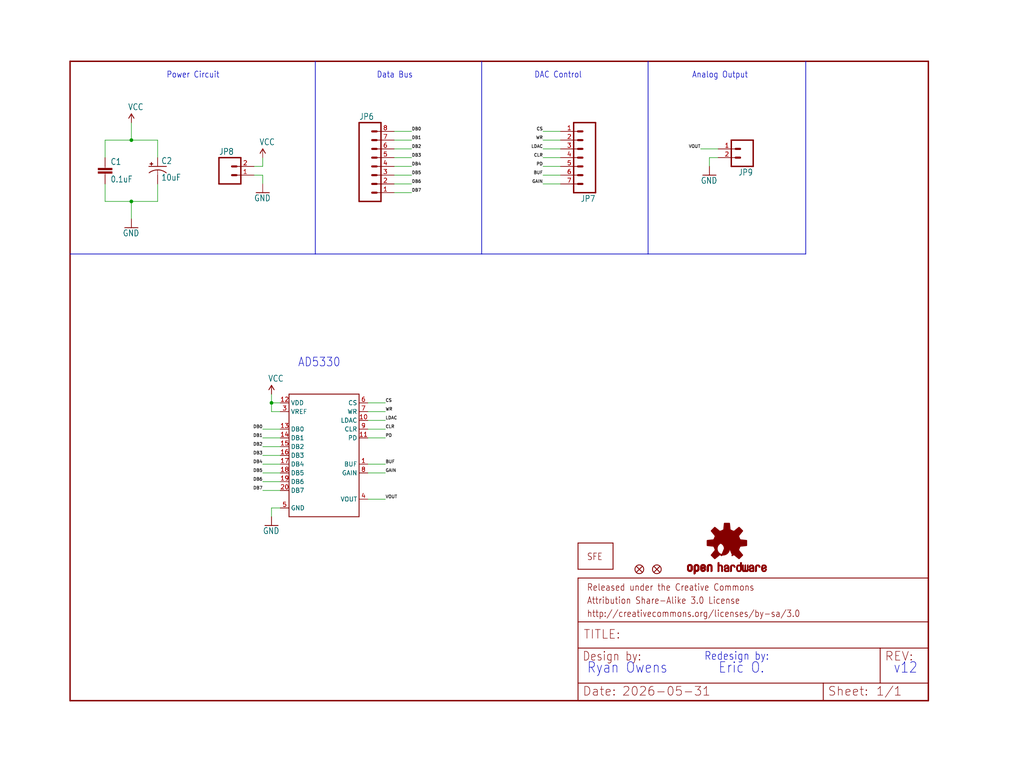
<source format=kicad_sch>
(kicad_sch (version 20230121) (generator eeschema)
  (paper "User" 297.002 223.926)
  (lib_symbols
    (symbol "working-eagle-import:0.1UF-25V(+80/-20%)(0603)"
      (property "Reference" "C" (at 1.524 2.921 0))
      (symbol "0.1UF-25V(+80/-20%)(0603)_1_0"
        (pin passive line (at 0 5.08 270) (length 2.54) (name "1") (number "1"))
        (pin passive line (at 0 -2.54 90) (length 2.54) (name "2") (number "2"))
      )
    )
    (symbol "working-eagle-import:10UF-16V-10%(TANT)"
      (property "Reference" "C" (at 1.016 0.635 0))
      (symbol "10UF-16V-10%(TANT)_1_0"
        (pin passive line (at 0 2.54 270) (length 2.54) (name "+") (number "A"))
        (pin passive line (at 0 -5.08 90) (length 2.54) (name "-") (number "C"))
      )
    )
    (symbol "working-eagle-import:AD5330"
      (symbol "AD5330_1_0"
        (pin bidirectional line (at 12.7 -2.54 180) (length 2.54) (name "BUF") (number "1"))
        (pin bidirectional line (at 12.7 10.16 180) (length 2.54) (name "LDAC") (number "10"))
        (pin bidirectional line (at 12.7 5.08 180) (length 2.54) (name "PD") (number "11"))
        (pin bidirectional line (at -12.7 15.24 0) (length 2.54) (name "VDD") (number "12"))
        (pin bidirectional line (at -12.7 7.62 0) (length 2.54) (name "DB0") (number "13"))
        (pin bidirectional line (at -12.7 5.08 0) (length 2.54) (name "DB1") (number "14"))
        (pin bidirectional line (at -12.7 2.54 0) (length 2.54) (name "DB2") (number "15"))
        (pin bidirectional line (at -12.7 0 0) (length 2.54) (name "DB3") (number "16"))
        (pin bidirectional line (at -12.7 -2.54 0) (length 2.54) (name "DB4") (number "17"))
        (pin bidirectional line (at -12.7 -5.08 0) (length 2.54) (name "DB5") (number "18"))
        (pin bidirectional line (at -12.7 -7.62 0) (length 2.54) (name "DB6") (number "19"))
        (pin bidirectional line (at -12.7 -10.16 0) (length 2.54) (name "DB7") (number "20"))
        (pin bidirectional line (at -12.7 12.7 0) (length 2.54) (name "VREF") (number "3"))
        (pin bidirectional line (at 12.7 -12.7 180) (length 2.54) (name "VOUT") (number "4"))
        (pin bidirectional line (at -12.7 -15.24 0) (length 2.54) (name "GND") (number "5"))
        (pin bidirectional line (at 12.7 15.24 180) (length 2.54) (name "CS") (number "6"))
        (pin bidirectional line (at 12.7 12.7 180) (length 2.54) (name "WR") (number "7"))
        (pin bidirectional line (at 12.7 -5.08 180) (length 2.54) (name "GAIN") (number "8"))
        (pin bidirectional line (at 12.7 7.62 180) (length 2.54) (name "CLR") (number "9"))
      )
    )
    (symbol "working-eagle-import:FIDUCIAL1X2")
    (symbol "working-eagle-import:FRAME-LETTER"
      (symbol "FRAME-LETTER_2_0"
        (text "${#}/${##}" (at 86.36 1.27 0) (effects (font (size 2.54 2.54)) (justify left bottom)))
        (text "${CURRENT_DATE}" (at 12.7 1.27 0) (effects (font (size 2.54 2.54)) (justify left bottom)))
        (text "${PROJECTNAME}" (at 15.494 17.78 0) (effects (font (size 2.7432 2.7432)) (justify left bottom)))
        (text "Attribution Share-Alike 3.0 License" (at 2.54 27.94 0) (effects (font (size 1.9304 1.6408)) (justify left bottom)))
        (text "Date:" (at 1.27 1.27 0) (effects (font (size 2.54 2.54)) (justify left bottom)))
        (text "Design by:" (at 1.27 11.43 0) (effects (font (size 2.54 2.159)) (justify left bottom)))
        (text "http://creativecommons.org/licenses/by-sa/3.0" (at 2.54 24.13 0) (effects (font (size 1.9304 1.6408)) (justify left bottom)))
        (text "Released under the Creative Commons" (at 2.54 31.75 0) (effects (font (size 1.9304 1.6408)) (justify left bottom)))
        (text "REV:" (at 88.9 11.43 0) (effects (font (size 2.54 2.54)) (justify left bottom)))
        (text "Sheet:" (at 72.39 1.27 0) (effects (font (size 2.54 2.54)) (justify left bottom)))
        (text "TITLE:" (at 1.524 17.78 0) (effects (font (size 2.54 2.54)) (justify left bottom)))
      )
    )
    (symbol "working-eagle-import:GND" (power)
      (property "Value" "GND" (at -2.54 -2.54 0))
      (symbol "GND_1_0"
        (pin power_in line (at 0 2.54 270) (length 2.54) (name "GND") (number "1"))
      )
    )
    (symbol "working-eagle-import:LOGO-SFENEW"
      (symbol "LOGO-SFENEW_1_0"
        (text "SFE" (at 0 0 0) (effects (font (size 1.9304 1.6408)) (justify left bottom)))
      )
    )
    (symbol "working-eagle-import:M02PTH"
      (property "Reference" "JP" (at -2.54 5.842 0))
      (symbol "M02PTH_1_0"
        (pin passive line (at 7.62 0 180) (length 5.08) (name "1") (number "1"))
        (pin passive line (at 7.62 2.54 180) (length 5.08) (name "2") (number "2"))
      )
    )
    (symbol "working-eagle-import:M07"
      (property "Reference" "JP" (at -5.08 13.462 0))
      (symbol "M07_1_0"
        (pin passive line (at 5.08 -5.08 180) (length 5.08) (name "1") (number "1"))
        (pin passive line (at 5.08 -2.54 180) (length 5.08) (name "2") (number "2"))
        (pin passive line (at 5.08 0 180) (length 5.08) (name "3") (number "3"))
        (pin passive line (at 5.08 2.54 180) (length 5.08) (name "4") (number "4"))
        (pin passive line (at 5.08 5.08 180) (length 5.08) (name "5") (number "5"))
        (pin passive line (at 5.08 7.62 180) (length 5.08) (name "6") (number "6"))
        (pin passive line (at 5.08 10.16 180) (length 5.08) (name "7") (number "7"))
      )
    )
    (symbol "working-eagle-import:M08"
      (property "Reference" "JP" (at -5.08 13.462 0))
      (symbol "M08_1_0"
        (pin passive line (at 5.08 -7.62 180) (length 5.08) (name "1") (number "1"))
        (pin passive line (at 5.08 -5.08 180) (length 5.08) (name "2") (number "2"))
        (pin passive line (at 5.08 -2.54 180) (length 5.08) (name "3") (number "3"))
        (pin passive line (at 5.08 0 180) (length 5.08) (name "4") (number "4"))
        (pin passive line (at 5.08 2.54 180) (length 5.08) (name "5") (number "5"))
        (pin passive line (at 5.08 5.08 180) (length 5.08) (name "6") (number "6"))
        (pin passive line (at 5.08 7.62 180) (length 5.08) (name "7") (number "7"))
        (pin passive line (at 5.08 10.16 180) (length 5.08) (name "8") (number "8"))
      )
    )
    (symbol "working-eagle-import:OSHW-LOGOS")
    (symbol "working-eagle-import:VCC" (power)
      (property "Value" "VCC" (at -1.016 3.556 0))
      (symbol "VCC_1_0"
        (pin power_in line (at 0 0 90) (length 2.54) (name "VCC") (number "1"))
      )
    )
  )
  (junction (at 38.1 40.64))
  (junction (at 78.74 116.84))
  (junction (at 38.1 58.42))
  (polyline (pts (xy 20.32 73.66) (xy 91.44 73.66)) (stroke (width 0.2032) (type solid)))
  (wire (pts (xy 81.28 134.62) (xy 76.2 134.62)) (stroke (width 0.1524)))
  (wire (pts (xy 208.28 43.18) (xy 203.2 43.18)) (stroke (width 0.1524)))
  (wire (pts (xy 30.48 53.34) (xy 30.48 58.42)) (stroke (width 0.1524)))
  (wire (pts (xy 114.3 50.8) (xy 119.38 50.8)) (stroke (width 0.1524)))
  (polyline (pts (xy 139.7 73.66) (xy 139.7 17.78)) (stroke (width 0.2032) (type solid)))
  (wire (pts (xy 114.3 53.34) (xy 119.38 53.34)) (stroke (width 0.1524)))
  (wire (pts (xy 81.28 127) (xy 76.2 127)) (stroke (width 0.1524)))
  (wire (pts (xy 162.56 48.26) (xy 157.48 48.26)) (stroke (width 0.1524)))
  (wire (pts (xy 162.56 40.64) (xy 157.48 40.64)) (stroke (width 0.1524)))
  (wire (pts (xy 81.28 147.32) (xy 78.74 147.32)) (stroke (width 0.1524)))
  (wire (pts (xy 162.56 43.18) (xy 157.48 43.18)) (stroke (width 0.1524)))
  (wire (pts (xy 81.28 137.16) (xy 76.2 137.16)) (stroke (width 0.1524)))
  (polyline (pts (xy 139.7 73.66) (xy 187.96 73.66)) (stroke (width 0.2032) (type solid)))
  (wire (pts (xy 106.68 127) (xy 111.76 127)) (stroke (width 0.1524)))
  (wire (pts (xy 30.48 45.72) (xy 30.48 40.64)) (stroke (width 0.1524)))
  (wire (pts (xy 30.48 40.64) (xy 38.1 40.64)) (stroke (width 0.1524)))
  (wire (pts (xy 78.74 147.32) (xy 78.74 149.86)) (stroke (width 0.1524)))
  (wire (pts (xy 157.48 53.34) (xy 162.56 53.34)) (stroke (width 0.1524)))
  (wire (pts (xy 78.74 119.38) (xy 78.74 116.84)) (stroke (width 0.1524)))
  (wire (pts (xy 114.3 38.1) (xy 119.38 38.1)) (stroke (width 0.1524)))
  (polyline (pts (xy 187.96 73.66) (xy 187.96 17.78)) (stroke (width 0.2032) (type solid)))
  (wire (pts (xy 81.28 119.38) (xy 78.74 119.38)) (stroke (width 0.1524)))
  (polyline (pts (xy 187.96 73.66) (xy 233.68 73.66)) (stroke (width 0.2032) (type solid)))
  (wire (pts (xy 38.1 58.42) (xy 45.72 58.42)) (stroke (width 0.1524)))
  (wire (pts (xy 106.68 116.84) (xy 111.76 116.84)) (stroke (width 0.1524)))
  (wire (pts (xy 76.2 48.26) (xy 76.2 45.72)) (stroke (width 0.1524)))
  (wire (pts (xy 114.3 55.88) (xy 119.38 55.88)) (stroke (width 0.1524)))
  (wire (pts (xy 162.56 38.1) (xy 157.48 38.1)) (stroke (width 0.1524)))
  (wire (pts (xy 106.68 124.46) (xy 111.76 124.46)) (stroke (width 0.1524)))
  (wire (pts (xy 30.48 58.42) (xy 38.1 58.42)) (stroke (width 0.1524)))
  (wire (pts (xy 106.68 119.38) (xy 111.76 119.38)) (stroke (width 0.1524)))
  (wire (pts (xy 81.28 124.46) (xy 76.2 124.46)) (stroke (width 0.1524)))
  (wire (pts (xy 114.3 48.26) (xy 119.38 48.26)) (stroke (width 0.1524)))
  (wire (pts (xy 81.28 139.7) (xy 76.2 139.7)) (stroke (width 0.1524)))
  (wire (pts (xy 78.74 116.84) (xy 78.74 114.3)) (stroke (width 0.1524)))
  (wire (pts (xy 162.56 45.72) (xy 157.48 45.72)) (stroke (width 0.1524)))
  (wire (pts (xy 81.28 129.54) (xy 76.2 129.54)) (stroke (width 0.1524)))
  (wire (pts (xy 45.72 40.64) (xy 45.72 45.72)) (stroke (width 0.1524)))
  (wire (pts (xy 162.56 50.8) (xy 157.48 50.8)) (stroke (width 0.1524)))
  (wire (pts (xy 38.1 35.56) (xy 38.1 40.64)) (stroke (width 0.1524)))
  (wire (pts (xy 114.3 43.18) (xy 119.38 43.18)) (stroke (width 0.1524)))
  (wire (pts (xy 205.74 48.26) (xy 205.74 45.72)) (stroke (width 0.1524)))
  (wire (pts (xy 81.28 132.08) (xy 76.2 132.08)) (stroke (width 0.1524)))
  (polyline (pts (xy 91.44 73.66) (xy 139.7 73.66)) (stroke (width 0.2032) (type solid)))
  (wire (pts (xy 73.66 50.8) (xy 76.2 50.8)) (stroke (width 0.1524)))
  (wire (pts (xy 81.28 142.24) (xy 76.2 142.24)) (stroke (width 0.1524)))
  (wire (pts (xy 106.68 144.78) (xy 111.76 144.78)) (stroke (width 0.1524)))
  (wire (pts (xy 38.1 58.42) (xy 38.1 63.5)) (stroke (width 0.1524)))
  (polyline (pts (xy 91.44 73.66) (xy 91.44 17.78)) (stroke (width 0.2032) (type solid)))
  (wire (pts (xy 81.28 116.84) (xy 78.74 116.84)) (stroke (width 0.1524)))
  (wire (pts (xy 76.2 50.8) (xy 76.2 53.34)) (stroke (width 0.1524)))
  (wire (pts (xy 114.3 40.64) (xy 119.38 40.64)) (stroke (width 0.1524)))
  (wire (pts (xy 106.68 121.92) (xy 111.76 121.92)) (stroke (width 0.1524)))
  (wire (pts (xy 38.1 40.64) (xy 45.72 40.64)) (stroke (width 0.1524)))
  (wire (pts (xy 205.74 45.72) (xy 208.28 45.72)) (stroke (width 0.1524)))
  (polyline (pts (xy 233.68 73.66) (xy 233.68 17.78)) (stroke (width 0.2032) (type solid)))
  (wire (pts (xy 73.66 48.26) (xy 76.2 48.26)) (stroke (width 0.1524)))
  (wire (pts (xy 45.72 58.42) (xy 45.72 53.34)) (stroke (width 0.1524)))
  (wire (pts (xy 106.68 137.16) (xy 111.76 137.16)) (stroke (width 0.1524)))
  (wire (pts (xy 114.3 45.72) (xy 119.38 45.72)) (stroke (width 0.1524)))
  (wire (pts (xy 106.68 134.62) (xy 111.76 134.62)) (stroke (width 0.1524)))
  (text "Ryan Owens" (at 170.18 195.58 0) (effects (font (size 3.048 2.5908)) (justify left bottom)))
  (text "Eric O." (at 208.28 195.58 0) (effects (font (size 3.048 2.5908)) (justify left bottom)))
  (text "Analog Output" (at 200.66 22.86 0) (effects (font (size 1.778 1.5113)) (justify left bottom)))
  (text "v12" (at 259.08 195.58 0) (effects (font (size 3.048 2.5908)) (justify left bottom)))
  (text "Redesign by:" (at 204.216 191.77 0) (effects (font (size 2.286 1.9431)) (justify left bottom)))
  (text "DAC Control" (at 154.94 22.86 0) (effects (font (size 1.778 1.5113)) (justify left bottom)))
  (text "AD5330" (at 86.36 106.68 0) (effects (font (size 2.54 2.159)) (justify left bottom)))
  (text "Power Circuit" (at 48.26 22.86 0) (effects (font (size 1.778 1.5113)) (justify left bottom)))
  (text "Data Bus" (at 109.22 22.86 0) (effects (font (size 1.778 1.5113)) (justify left bottom)))
  (label "BUF" (at 111.76 134.62 0) (effects (font (size 0.889 0.889))))
  (label "DB2" (at 119.38 43.18 0) (effects (font (size 0.889 0.889))))
  (label "DB3" (at 119.38 45.72 0) (effects (font (size 0.889 0.889))))
  (label "DB6" (at 119.38 53.34 0) (effects (font (size 0.889 0.889))))
  (label "VOUT" (at 203.2 43.18 180) (effects (font (size 0.889 0.889))))
  (label "WR" (at 157.48 40.64 180) (effects (font (size 0.889 0.889))))
  (label "DB4" (at 76.2 134.62 180) (effects (font (size 0.889 0.889))))
  (label "LDAC" (at 111.76 121.92 0) (effects (font (size 0.889 0.889))))
  (label "DB0" (at 119.38 38.1 0) (effects (font (size 0.889 0.889))))
  (label "BUF" (at 157.48 50.8 180) (effects (font (size 0.889 0.889))))
  (label "PD" (at 111.76 127 0) (effects (font (size 0.889 0.889))))
  (label "DB6" (at 76.2 139.7 180) (effects (font (size 0.889 0.889))))
  (label "CLR" (at 157.48 45.72 180) (effects (font (size 0.889 0.889))))
  (label "VOUT" (at 111.76 144.78 0) (effects (font (size 0.889 0.889))))
  (label "GAIN" (at 157.48 53.34 180) (effects (font (size 0.889 0.889))))
  (label "GAIN" (at 111.76 137.16 0) (effects (font (size 0.889 0.889))))
  (label "LDAC" (at 157.48 43.18 180) (effects (font (size 0.889 0.889))))
  (label "DB5" (at 119.38 50.8 0) (effects (font (size 0.889 0.889))))
  (label "WR" (at 111.76 119.38 0) (effects (font (size 0.889 0.889))))
  (label "DB0" (at 76.2 124.46 180) (effects (font (size 0.889 0.889))))
  (label "DB4" (at 119.38 48.26 0) (effects (font (size 0.889 0.889))))
  (label "DB1" (at 76.2 127 180) (effects (font (size 0.889 0.889))))
  (label "CLR" (at 111.76 124.46 0) (effects (font (size 0.889 0.889))))
  (label "DB7" (at 119.38 55.88 0) (effects (font (size 0.889 0.889))))
  (label "CS" (at 111.76 116.84 0) (effects (font (size 0.889 0.889))))
  (label "CS" (at 157.48 38.1 180) (effects (font (size 0.889 0.889))))
  (label "DB1" (at 119.38 40.64 0) (effects (font (size 0.889 0.889))))
  (label "DB3" (at 76.2 132.08 180) (effects (font (size 0.889 0.889))))
  (label "DB7" (at 76.2 142.24 180) (effects (font (size 0.889 0.889))))
  (label "PD" (at 157.48 48.26 180) (effects (font (size 0.889 0.889))))
  (label "DB2" (at 76.2 129.54 180) (effects (font (size 0.889 0.889))))
  (label "DB5" (at 76.2 137.16 180) (effects (font (size 0.889 0.889))))
  (symbol (lib_id "working-eagle-import:M02PTH") (at 66.04 50.8 0) (unit 1)
    (property "Reference" "JP8" (at 63.5 44.958 0) (effects (font (size 1.778 1.5113)) (justify left bottom)))
    (property "Value" "M02PTH" (effects hide))
    (property "Footprint" "working:1X02" (effects hide))
  )
  (symbol (lib_id "working-eagle-import:FRAME-LETTER") (at 167.64 203.2 0) (unit 2)
    (property "Reference" "FRAME1" (effects hide))
    (property "Value" "FRAME-LETTER" (effects hide))
    (property "Footprint" "working:CREATIVE_COMMONS" (effects hide))
  )
  (symbol (lib_id "working-eagle-import:FIDUCIAL1X2") (at 185.42 165.1 0) (unit 1)
    (property "Reference" "JP2" (effects hide))
    (property "Value" "FIDUCIAL1X2" (effects hide))
    (property "Footprint" "working:FIDUCIAL-1X2" (effects hide))
  )
  (symbol (lib_id "working-eagle-import:M07") (at 167.64 43.18 180) (unit 1)
    (property "Reference" "JP7" (at 172.72 56.642 0) (effects (font (size 1.778 1.5113)) (justify left bottom)))
    (property "Value" "M07" (effects hide))
    (property "Footprint" "working:1X07" (effects hide))
  )
  (symbol (lib_id "working-eagle-import:FIDUCIAL1X2") (at 190.5 165.1 0) (unit 1)
    (property "Reference" "JP3" (effects hide))
    (property "Value" "FIDUCIAL1X2" (effects hide))
    (property "Footprint" "working:FIDUCIAL-1X2" (effects hide))
  )
  (symbol (lib_id "working-eagle-import:VCC") (at 76.2 45.72 0) (unit 1)
    (property "Reference" "#P+3" (effects hide))
    (property "Value" "VCC" (at 75.184 42.164 0) (effects (font (size 1.778 1.5113)) (justify left bottom)))
  )
  (symbol (lib_id "working-eagle-import:VCC") (at 38.1 35.56 0) (unit 1)
    (property "Reference" "#P+1" (effects hide))
    (property "Value" "VCC" (at 37.084 32.004 0) (effects (font (size 1.778 1.5113)) (justify left bottom)))
  )
  (symbol (lib_id "working-eagle-import:GND") (at 38.1 66.04 0) (unit 1)
    (property "Reference" "#GND1" (effects hide))
    (property "Value" "GND" (at 35.56 68.58 0) (effects (font (size 1.778 1.5113)) (justify left bottom)))
  )
  (symbol (lib_id "working-eagle-import:VCC") (at 78.74 114.3 0) (unit 1)
    (property "Reference" "#P+2" (effects hide))
    (property "Value" "VCC" (at 77.724 110.744 0) (effects (font (size 1.778 1.5113)) (justify left bottom)))
  )
  (symbol (lib_id "working-eagle-import:GND") (at 78.74 152.4 0) (unit 1)
    (property "Reference" "#GND2" (effects hide))
    (property "Value" "GND" (at 76.2 154.94 0) (effects (font (size 1.778 1.5113)) (justify left bottom)))
  )
  (symbol (lib_id "working-eagle-import:GND") (at 76.2 55.88 0) (unit 1)
    (property "Reference" "#GND3" (effects hide))
    (property "Value" "GND" (at 73.66 58.42 0) (effects (font (size 1.778 1.5113)) (justify left bottom)))
  )
  (symbol (lib_id "working-eagle-import:OSHW-LOGOS") (at 210.82 157.48 0) (unit 1)
    (property "Reference" "LOGO1" (effects hide))
    (property "Value" "OSHW-LOGOS" (effects hide))
    (property "Footprint" "working:OSHW-LOGO-S" (effects hide))
  )
  (symbol (lib_id "working-eagle-import:0.1UF-25V(+80/-20%)(0603)") (at 30.48 50.8 0) (unit 1)
    (property "Reference" "C1" (at 32.004 47.879 0) (effects (font (size 1.778 1.5113)) (justify left bottom)))
    (property "Value" "0.1uF" (at 32.004 52.959 0) (effects (font (size 1.778 1.5113)) (justify left bottom)))
    (property "Footprint" "working:0603-CAP" (effects hide))
  )
  (symbol (lib_id "working-eagle-import:AD5330") (at 93.98 132.08 0) (unit 1)
    (property "Reference" "U1" (effects hide))
    (property "Value" "AD5330" (effects hide))
    (property "Footprint" "working:TSSOP20" (effects hide))
  )
  (symbol (lib_id "working-eagle-import:10UF-16V-10%(TANT)") (at 45.72 48.26 0) (unit 1)
    (property "Reference" "C2" (at 46.736 47.625 0) (effects (font (size 1.778 1.5113)) (justify left bottom)))
    (property "Value" "10uF" (at 46.736 52.451 0) (effects (font (size 1.778 1.5113)) (justify left bottom)))
    (property "Footprint" "working:EIA3216" (effects hide))
  )
  (symbol (lib_id "working-eagle-import:LOGO-SFENEW") (at 170.18 162.56 0) (unit 1)
    (property "Reference" "JP1" (effects hide))
    (property "Value" "LOGO-SFENEW" (effects hide))
    (property "Footprint" "working:SFE-NEW-WEBLOGO" (effects hide))
  )
  (symbol (lib_id "working-eagle-import:M08") (at 109.22 48.26 0) (unit 1)
    (property "Reference" "JP6" (at 104.14 34.798 0) (effects (font (size 1.778 1.5113)) (justify left bottom)))
    (property "Value" "M08" (effects hide))
    (property "Footprint" "working:1X08" (effects hide))
  )
  (symbol (lib_id "working-eagle-import:GND") (at 205.74 50.8 0) (unit 1)
    (property "Reference" "#GND4" (effects hide))
    (property "Value" "GND" (at 203.2 53.34 0) (effects (font (size 1.778 1.5113)) (justify left bottom)))
  )
  (symbol (lib_id "working-eagle-import:M02PTH") (at 215.9 43.18 180) (unit 1)
    (property "Reference" "JP9" (at 218.44 49.022 0) (effects (font (size 1.778 1.5113)) (justify left bottom)))
    (property "Value" "M02PTH" (effects hide))
    (property "Footprint" "working:1X02" (effects hide))
  )
  (symbol (lib_id "working-eagle-import:FRAME-LETTER") (at 20.32 203.2 0) (unit 1)
    (property "Reference" "FRAME1" (effects hide))
    (property "Value" "FRAME-LETTER" (effects hide))
    (property "Footprint" "working:CREATIVE_COMMONS" (effects hide))
  )
)
</source>
